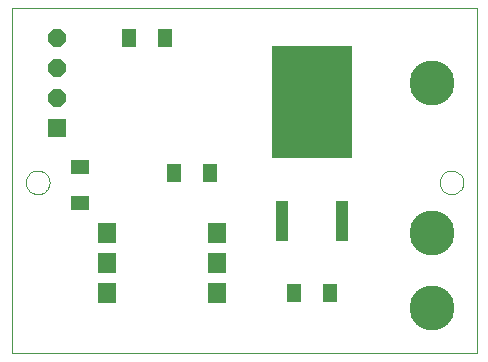
<source format=gbl>
G75*
%MOIN*%
%OFA0B0*%
%FSLAX24Y24*%
%IPPOS*%
%LPD*%
%AMOC8*
5,1,8,0,0,1.08239X$1,22.5*
%
%ADD10C,0.0000*%
%ADD11R,0.0600X0.0600*%
%ADD12OC8,0.0600*%
%ADD13R,0.0598X0.0701*%
%ADD14R,0.0394X0.1339*%
%ADD15R,0.2677X0.3780*%
%ADD16R,0.0512X0.0630*%
%ADD17R,0.0630X0.0512*%
%ADD18C,0.1500*%
D10*
X000100Y000100D02*
X000100Y011596D01*
X015600Y011596D01*
X015600Y000100D01*
X000100Y000100D01*
X000576Y005800D02*
X000578Y005839D01*
X000584Y005878D01*
X000594Y005916D01*
X000607Y005953D01*
X000624Y005988D01*
X000644Y006022D01*
X000668Y006053D01*
X000695Y006082D01*
X000724Y006108D01*
X000756Y006131D01*
X000790Y006151D01*
X000826Y006167D01*
X000863Y006179D01*
X000902Y006188D01*
X000941Y006193D01*
X000980Y006194D01*
X001019Y006191D01*
X001058Y006184D01*
X001095Y006173D01*
X001132Y006159D01*
X001167Y006141D01*
X001200Y006120D01*
X001231Y006095D01*
X001259Y006068D01*
X001284Y006038D01*
X001306Y006005D01*
X001325Y005971D01*
X001340Y005935D01*
X001352Y005897D01*
X001360Y005859D01*
X001364Y005820D01*
X001364Y005780D01*
X001360Y005741D01*
X001352Y005703D01*
X001340Y005665D01*
X001325Y005629D01*
X001306Y005595D01*
X001284Y005562D01*
X001259Y005532D01*
X001231Y005505D01*
X001200Y005480D01*
X001167Y005459D01*
X001132Y005441D01*
X001095Y005427D01*
X001058Y005416D01*
X001019Y005409D01*
X000980Y005406D01*
X000941Y005407D01*
X000902Y005412D01*
X000863Y005421D01*
X000826Y005433D01*
X000790Y005449D01*
X000756Y005469D01*
X000724Y005492D01*
X000695Y005518D01*
X000668Y005547D01*
X000644Y005578D01*
X000624Y005612D01*
X000607Y005647D01*
X000594Y005684D01*
X000584Y005722D01*
X000578Y005761D01*
X000576Y005800D01*
X014366Y005800D02*
X014368Y005839D01*
X014374Y005878D01*
X014384Y005916D01*
X014397Y005953D01*
X014414Y005988D01*
X014434Y006022D01*
X014458Y006053D01*
X014485Y006082D01*
X014514Y006108D01*
X014546Y006131D01*
X014580Y006151D01*
X014616Y006167D01*
X014653Y006179D01*
X014692Y006188D01*
X014731Y006193D01*
X014770Y006194D01*
X014809Y006191D01*
X014848Y006184D01*
X014885Y006173D01*
X014922Y006159D01*
X014957Y006141D01*
X014990Y006120D01*
X015021Y006095D01*
X015049Y006068D01*
X015074Y006038D01*
X015096Y006005D01*
X015115Y005971D01*
X015130Y005935D01*
X015142Y005897D01*
X015150Y005859D01*
X015154Y005820D01*
X015154Y005780D01*
X015150Y005741D01*
X015142Y005703D01*
X015130Y005665D01*
X015115Y005629D01*
X015096Y005595D01*
X015074Y005562D01*
X015049Y005532D01*
X015021Y005505D01*
X014990Y005480D01*
X014957Y005459D01*
X014922Y005441D01*
X014885Y005427D01*
X014848Y005416D01*
X014809Y005409D01*
X014770Y005406D01*
X014731Y005407D01*
X014692Y005412D01*
X014653Y005421D01*
X014616Y005433D01*
X014580Y005449D01*
X014546Y005469D01*
X014514Y005492D01*
X014485Y005518D01*
X014458Y005547D01*
X014434Y005578D01*
X014414Y005612D01*
X014397Y005647D01*
X014384Y005684D01*
X014374Y005722D01*
X014368Y005761D01*
X014366Y005800D01*
D11*
X001600Y007600D03*
D12*
X001600Y008600D03*
X001600Y009600D03*
X001600Y010600D03*
D13*
X003271Y004100D03*
X003271Y003100D03*
X003271Y002100D03*
X006929Y002100D03*
X006929Y003100D03*
X006929Y004100D03*
D14*
X009100Y004502D03*
X011100Y004502D03*
D15*
X010100Y008478D03*
D16*
X006700Y006100D03*
X005500Y006100D03*
X009500Y002100D03*
X010700Y002100D03*
X005200Y010600D03*
X004000Y010600D03*
D17*
X002380Y006320D03*
X002380Y005120D03*
D18*
X014100Y004100D03*
X014100Y001600D03*
X014100Y009100D03*
M02*

</source>
